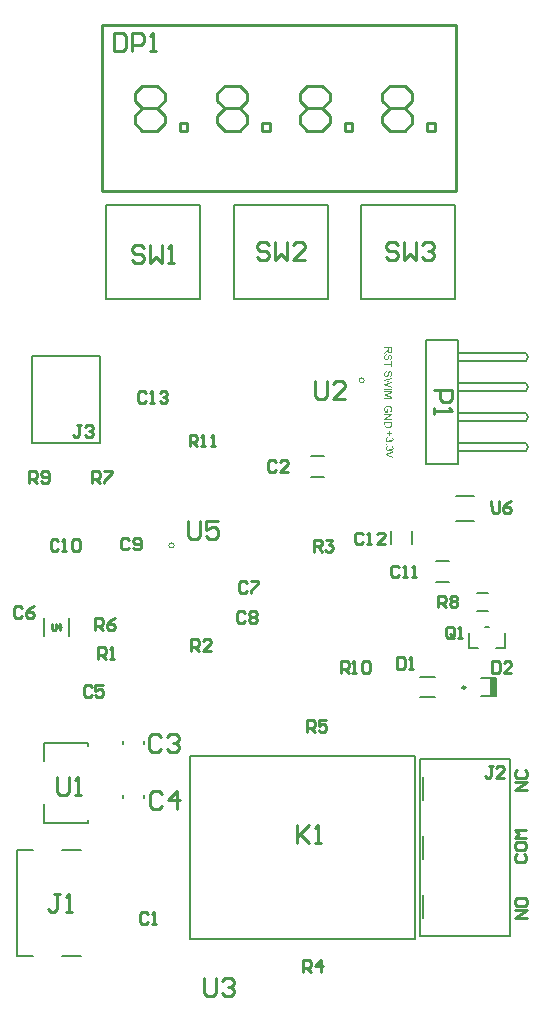
<source format=gto>
G04*
G04 #@! TF.GenerationSoftware,Altium Limited,Altium Designer,25.8.1 (18)*
G04*
G04 Layer_Color=65535*
%FSLAX44Y44*%
%MOMM*%
G71*
G04*
G04 #@! TF.SameCoordinates,D5034472-531D-44ED-AF62-EB3B9E0E118A*
G04*
G04*
G04 #@! TF.FilePolarity,Positive*
G04*
G01*
G75*
%ADD10C,0.0500*%
%ADD11C,0.2500*%
%ADD12C,0.2000*%
%ADD13C,0.2540*%
%ADD14C,0.1270*%
%ADD15R,0.5080X1.5870*%
G36*
X324518Y584649D02*
X324509Y584575D01*
Y584491D01*
X324500Y584297D01*
X324472Y584094D01*
X324444Y583872D01*
X324398Y583669D01*
X324370Y583567D01*
X324342Y583484D01*
Y583474D01*
X324333Y583465D01*
X324305Y583410D01*
X324269Y583326D01*
X324204Y583225D01*
X324121Y583114D01*
X324010Y582994D01*
X323880Y582883D01*
X323732Y582772D01*
X323723D01*
X323714Y582762D01*
X323658Y582725D01*
X323566Y582688D01*
X323446Y582633D01*
X323307Y582587D01*
X323141Y582541D01*
X322965Y582513D01*
X322771Y582504D01*
X322761D01*
X322743D01*
X322706D01*
X322660Y582513D01*
X322595D01*
X322530Y582522D01*
X322373Y582559D01*
X322188Y582615D01*
X321994Y582688D01*
X321800Y582799D01*
X321707Y582873D01*
X321615Y582947D01*
X321606Y582957D01*
X321597Y582966D01*
X321569Y582994D01*
X321541Y583031D01*
X321504Y583077D01*
X321467Y583132D01*
X321421Y583206D01*
X321365Y583280D01*
X321319Y583373D01*
X321273Y583474D01*
X321217Y583585D01*
X321171Y583705D01*
X321134Y583844D01*
X321088Y583983D01*
X321060Y584140D01*
X321033Y584306D01*
X321023Y584288D01*
X321005Y584251D01*
X320968Y584196D01*
X320931Y584122D01*
X320829Y583955D01*
X320765Y583872D01*
X320709Y583798D01*
X320690Y583779D01*
X320644Y583733D01*
X320570Y583659D01*
X320478Y583567D01*
X320348Y583465D01*
X320210Y583345D01*
X320043Y583225D01*
X319858Y583095D01*
X318120Y581995D01*
Y583049D01*
X319452Y583890D01*
X319461D01*
X319479Y583909D01*
X319507Y583927D01*
X319544Y583955D01*
X319646Y584020D01*
X319775Y584103D01*
X319914Y584205D01*
X320062Y584306D01*
X320201Y584408D01*
X320330Y584501D01*
X320339Y584510D01*
X320376Y584538D01*
X320432Y584584D01*
X320496Y584649D01*
X320635Y584787D01*
X320700Y584861D01*
X320755Y584935D01*
X320765Y584944D01*
X320774Y584963D01*
X320792Y585000D01*
X320820Y585055D01*
X320848Y585111D01*
X320875Y585176D01*
X320922Y585323D01*
Y585333D01*
X320931Y585351D01*
Y585388D01*
X320940Y585434D01*
X320949Y585499D01*
Y585573D01*
X320959Y585675D01*
Y586766D01*
X318120D01*
Y587616D01*
X324518D01*
Y584649D01*
D02*
G37*
G36*
X320247Y580664D02*
X320238D01*
X320228D01*
X320201Y580654D01*
X320163D01*
X320080Y580636D01*
X319960Y580608D01*
X319840Y580571D01*
X319701Y580534D01*
X319572Y580470D01*
X319452Y580405D01*
X319442Y580396D01*
X319405Y580368D01*
X319341Y580322D01*
X319276Y580248D01*
X319193Y580155D01*
X319109Y580053D01*
X319026Y579915D01*
X318952Y579767D01*
Y579758D01*
X318943Y579748D01*
X318934Y579721D01*
X318925Y579693D01*
X318897Y579600D01*
X318860Y579480D01*
X318823Y579332D01*
X318795Y579166D01*
X318777Y578981D01*
X318767Y578778D01*
Y578694D01*
X318777Y578602D01*
X318786Y578491D01*
X318804Y578362D01*
X318823Y578214D01*
X318860Y578066D01*
X318906Y577927D01*
X318915Y577909D01*
X318934Y577862D01*
X318971Y577798D01*
X319008Y577714D01*
X319072Y577631D01*
X319137Y577539D01*
X319211Y577446D01*
X319304Y577372D01*
X319313Y577363D01*
X319350Y577345D01*
X319396Y577317D01*
X319470Y577280D01*
X319544Y577243D01*
X319636Y577215D01*
X319738Y577197D01*
X319849Y577187D01*
X319858D01*
X319905D01*
X319960Y577197D01*
X320034Y577206D01*
X320108Y577234D01*
X320201Y577261D01*
X320293Y577308D01*
X320376Y577372D01*
X320385Y577382D01*
X320413Y577409D01*
X320450Y577446D01*
X320506Y577511D01*
X320561Y577585D01*
X320626Y577687D01*
X320690Y577807D01*
X320746Y577946D01*
X320755Y577955D01*
X320765Y578001D01*
X320792Y578075D01*
X320802Y578121D01*
X320820Y578186D01*
X320848Y578251D01*
X320866Y578334D01*
X320894Y578426D01*
X320922Y578537D01*
X320949Y578648D01*
X320986Y578778D01*
X321023Y578926D01*
X321060Y579083D01*
Y579092D01*
X321070Y579120D01*
X321079Y579166D01*
X321097Y579221D01*
X321116Y579295D01*
X321134Y579379D01*
X321190Y579563D01*
X321255Y579767D01*
X321319Y579980D01*
X321384Y580164D01*
X321421Y580248D01*
X321458Y580322D01*
Y580331D01*
X321467Y580340D01*
X321504Y580396D01*
X321550Y580479D01*
X321624Y580571D01*
X321707Y580682D01*
X321809Y580793D01*
X321929Y580904D01*
X322059Y580997D01*
X322077Y581006D01*
X322124Y581034D01*
X322198Y581071D01*
X322290Y581107D01*
X322410Y581144D01*
X322549Y581181D01*
X322697Y581209D01*
X322854Y581218D01*
X322863D01*
X322873D01*
X322900D01*
X322937D01*
X323030Y581200D01*
X323150Y581181D01*
X323288Y581154D01*
X323446Y581107D01*
X323603Y581043D01*
X323760Y580950D01*
X323769D01*
X323778Y580941D01*
X323834Y580895D01*
X323908Y580830D01*
X324000Y580747D01*
X324102Y580636D01*
X324213Y580497D01*
X324315Y580331D01*
X324407Y580146D01*
Y580137D01*
X324417Y580118D01*
X324426Y580090D01*
X324444Y580053D01*
X324463Y580007D01*
X324481Y579943D01*
X324518Y579804D01*
X324555Y579628D01*
X324592Y579425D01*
X324620Y579212D01*
X324629Y578972D01*
Y578852D01*
X324620Y578787D01*
Y578722D01*
X324601Y578546D01*
X324574Y578352D01*
X324527Y578149D01*
X324472Y577927D01*
X324398Y577724D01*
Y577714D01*
X324389Y577696D01*
X324370Y577668D01*
X324352Y577631D01*
X324305Y577539D01*
X324222Y577419D01*
X324130Y577280D01*
X324010Y577141D01*
X323871Y577012D01*
X323714Y576892D01*
X323705D01*
X323695Y576882D01*
X323668Y576864D01*
X323640Y576845D01*
X323547Y576799D01*
X323427Y576744D01*
X323279Y576679D01*
X323104Y576633D01*
X322919Y576586D01*
X322715Y576568D01*
X322651Y577382D01*
X322660D01*
X322678D01*
X322706Y577391D01*
X322752Y577400D01*
X322854Y577428D01*
X322993Y577465D01*
X323141Y577520D01*
X323288Y577603D01*
X323427Y577705D01*
X323557Y577835D01*
X323566Y577853D01*
X323603Y577899D01*
X323658Y577992D01*
X323714Y578112D01*
X323769Y578269D01*
X323825Y578454D01*
X323862Y578685D01*
X323871Y578944D01*
Y579073D01*
X323862Y579129D01*
X323853Y579203D01*
X323834Y579369D01*
X323797Y579554D01*
X323751Y579739D01*
X323677Y579915D01*
X323631Y579989D01*
X323584Y580063D01*
X323575Y580081D01*
X323538Y580118D01*
X323473Y580174D01*
X323400Y580229D01*
X323298Y580294D01*
X323187Y580349D01*
X323057Y580386D01*
X322910Y580405D01*
X322891D01*
X322854D01*
X322789Y580396D01*
X322715Y580377D01*
X322623Y580349D01*
X322530Y580303D01*
X322438Y580248D01*
X322346Y580164D01*
X322336Y580155D01*
X322309Y580109D01*
X322281Y580072D01*
X322262Y580035D01*
X322234Y579980D01*
X322198Y579915D01*
X322170Y579832D01*
X322133Y579739D01*
X322096Y579637D01*
X322050Y579517D01*
X322013Y579388D01*
X321966Y579240D01*
X321929Y579073D01*
X321883Y578889D01*
Y578879D01*
X321874Y578842D01*
X321865Y578787D01*
X321846Y578722D01*
X321828Y578639D01*
X321800Y578537D01*
X321772Y578436D01*
X321744Y578325D01*
X321680Y578084D01*
X321615Y577853D01*
X321578Y577742D01*
X321541Y577640D01*
X321513Y577548D01*
X321476Y577474D01*
Y577465D01*
X321467Y577446D01*
X321449Y577419D01*
X321430Y577382D01*
X321375Y577280D01*
X321301Y577160D01*
X321199Y577021D01*
X321088Y576882D01*
X320959Y576753D01*
X320820Y576642D01*
X320802Y576633D01*
X320755Y576596D01*
X320672Y576559D01*
X320561Y576503D01*
X320432Y576457D01*
X320275Y576411D01*
X320099Y576383D01*
X319914Y576374D01*
X319905D01*
X319895D01*
X319868D01*
X319831D01*
X319729Y576392D01*
X319599Y576411D01*
X319452Y576448D01*
X319294Y576494D01*
X319128Y576568D01*
X318952Y576670D01*
X318943D01*
X318934Y576679D01*
X318878Y576725D01*
X318795Y576790D01*
X318703Y576882D01*
X318592Y577002D01*
X318472Y577150D01*
X318361Y577317D01*
X318259Y577511D01*
Y577520D01*
X318250Y577539D01*
X318240Y577566D01*
X318222Y577603D01*
X318204Y577659D01*
X318176Y577724D01*
X318139Y577872D01*
X318092Y578047D01*
X318046Y578260D01*
X318018Y578491D01*
X318009Y578741D01*
Y578889D01*
X318018Y578963D01*
Y579046D01*
X318028Y579138D01*
X318037Y579249D01*
X318074Y579480D01*
X318111Y579721D01*
X318176Y579961D01*
X318259Y580192D01*
Y580201D01*
X318268Y580220D01*
X318287Y580248D01*
X318305Y580285D01*
X318361Y580396D01*
X318444Y580525D01*
X318555Y580673D01*
X318684Y580830D01*
X318841Y580978D01*
X319017Y581117D01*
X319026D01*
X319045Y581135D01*
X319072Y581144D01*
X319109Y581172D01*
X319156Y581191D01*
X319211Y581218D01*
X319350Y581283D01*
X319526Y581348D01*
X319720Y581403D01*
X319942Y581440D01*
X320173Y581459D01*
X320247Y580664D01*
D02*
G37*
G36*
X324518Y570623D02*
X323760D01*
Y572731D01*
X318120D01*
Y573582D01*
X323760D01*
Y575690D01*
X324518D01*
Y570623D01*
D02*
G37*
G36*
X320247Y566501D02*
X320238D01*
X320228D01*
X320201Y566492D01*
X320164D01*
X320080Y566474D01*
X319960Y566446D01*
X319840Y566409D01*
X319701Y566372D01*
X319572Y566307D01*
X319452Y566242D01*
X319442Y566233D01*
X319405Y566205D01*
X319341Y566159D01*
X319276Y566085D01*
X319193Y565993D01*
X319110Y565891D01*
X319026Y565752D01*
X318952Y565604D01*
Y565595D01*
X318943Y565586D01*
X318934Y565558D01*
X318925Y565530D01*
X318897Y565438D01*
X318860Y565318D01*
X318823Y565170D01*
X318795Y565003D01*
X318777Y564818D01*
X318768Y564615D01*
Y564532D01*
X318777Y564440D01*
X318786Y564328D01*
X318804Y564199D01*
X318823Y564051D01*
X318860Y563903D01*
X318906Y563764D01*
X318915Y563746D01*
X318934Y563700D01*
X318971Y563635D01*
X319008Y563552D01*
X319073Y563469D01*
X319137Y563376D01*
X319211Y563284D01*
X319304Y563210D01*
X319313Y563200D01*
X319350Y563182D01*
X319396Y563154D01*
X319470Y563117D01*
X319544Y563080D01*
X319637Y563053D01*
X319738Y563034D01*
X319849Y563025D01*
X319858D01*
X319905D01*
X319960Y563034D01*
X320034Y563043D01*
X320108Y563071D01*
X320201Y563099D01*
X320293Y563145D01*
X320376Y563210D01*
X320386Y563219D01*
X320413Y563247D01*
X320450Y563284D01*
X320506Y563349D01*
X320561Y563422D01*
X320626Y563524D01*
X320691Y563644D01*
X320746Y563783D01*
X320755Y563792D01*
X320765Y563839D01*
X320792Y563913D01*
X320802Y563959D01*
X320820Y564023D01*
X320848Y564088D01*
X320866Y564171D01*
X320894Y564264D01*
X320922Y564375D01*
X320949Y564486D01*
X320986Y564615D01*
X321023Y564763D01*
X321060Y564920D01*
Y564930D01*
X321070Y564957D01*
X321079Y565003D01*
X321097Y565059D01*
X321116Y565133D01*
X321134Y565216D01*
X321190Y565401D01*
X321255Y565604D01*
X321319Y565817D01*
X321384Y566002D01*
X321421Y566085D01*
X321458Y566159D01*
Y566168D01*
X321467Y566178D01*
X321504Y566233D01*
X321550Y566316D01*
X321624Y566409D01*
X321708Y566520D01*
X321809Y566631D01*
X321930Y566742D01*
X322059Y566834D01*
X322077Y566843D01*
X322124Y566871D01*
X322198Y566908D01*
X322290Y566945D01*
X322410Y566982D01*
X322549Y567019D01*
X322697Y567047D01*
X322854Y567056D01*
X322863D01*
X322873D01*
X322900D01*
X322937D01*
X323030Y567038D01*
X323150Y567019D01*
X323289Y566991D01*
X323446Y566945D01*
X323603Y566880D01*
X323760Y566788D01*
X323769D01*
X323779Y566779D01*
X323834Y566732D01*
X323908Y566668D01*
X324001Y566584D01*
X324102Y566474D01*
X324213Y566335D01*
X324315Y566168D01*
X324407Y565984D01*
Y565974D01*
X324417Y565956D01*
X324426Y565928D01*
X324444Y565891D01*
X324463Y565845D01*
X324481Y565780D01*
X324518Y565641D01*
X324555Y565466D01*
X324592Y565262D01*
X324620Y565050D01*
X324629Y564809D01*
Y564689D01*
X324620Y564624D01*
Y564560D01*
X324602Y564384D01*
X324574Y564190D01*
X324528Y563986D01*
X324472Y563764D01*
X324398Y563561D01*
Y563552D01*
X324389Y563533D01*
X324370Y563506D01*
X324352Y563469D01*
X324306Y563376D01*
X324222Y563256D01*
X324130Y563117D01*
X324010Y562979D01*
X323871Y562849D01*
X323714Y562729D01*
X323705D01*
X323695Y562720D01*
X323668Y562701D01*
X323640Y562683D01*
X323548Y562637D01*
X323427Y562581D01*
X323279Y562516D01*
X323104Y562470D01*
X322919Y562424D01*
X322715Y562405D01*
X322651Y563219D01*
X322660D01*
X322678D01*
X322706Y563228D01*
X322752Y563237D01*
X322854Y563265D01*
X322993Y563302D01*
X323141Y563358D01*
X323289Y563441D01*
X323427Y563543D01*
X323557Y563672D01*
X323566Y563691D01*
X323603Y563737D01*
X323658Y563829D01*
X323714Y563949D01*
X323769Y564107D01*
X323825Y564291D01*
X323862Y564523D01*
X323871Y564781D01*
Y564911D01*
X323862Y564967D01*
X323853Y565040D01*
X323834Y565207D01*
X323797Y565392D01*
X323751Y565577D01*
X323677Y565752D01*
X323631Y565826D01*
X323584Y565900D01*
X323575Y565919D01*
X323538Y565956D01*
X323474Y566011D01*
X323400Y566067D01*
X323298Y566131D01*
X323187Y566187D01*
X323057Y566224D01*
X322910Y566242D01*
X322891D01*
X322854D01*
X322789Y566233D01*
X322715Y566215D01*
X322623Y566187D01*
X322530Y566141D01*
X322438Y566085D01*
X322346Y566002D01*
X322336Y565993D01*
X322309Y565947D01*
X322281Y565910D01*
X322262Y565872D01*
X322235Y565817D01*
X322198Y565752D01*
X322170Y565669D01*
X322133Y565577D01*
X322096Y565475D01*
X322050Y565355D01*
X322013Y565225D01*
X321967Y565077D01*
X321930Y564911D01*
X321883Y564726D01*
Y564717D01*
X321874Y564680D01*
X321865Y564624D01*
X321846Y564560D01*
X321828Y564476D01*
X321800Y564375D01*
X321772Y564273D01*
X321745Y564162D01*
X321680Y563922D01*
X321615Y563691D01*
X321578Y563580D01*
X321541Y563478D01*
X321513Y563386D01*
X321476Y563312D01*
Y563302D01*
X321467Y563284D01*
X321449Y563256D01*
X321430Y563219D01*
X321375Y563117D01*
X321301Y562997D01*
X321199Y562859D01*
X321088Y562720D01*
X320959Y562590D01*
X320820Y562479D01*
X320802Y562470D01*
X320755Y562433D01*
X320672Y562396D01*
X320561Y562341D01*
X320432Y562295D01*
X320275Y562248D01*
X320099Y562220D01*
X319914Y562211D01*
X319905D01*
X319895D01*
X319868D01*
X319831D01*
X319729Y562230D01*
X319600Y562248D01*
X319452Y562285D01*
X319294Y562332D01*
X319128Y562405D01*
X318952Y562507D01*
X318943D01*
X318934Y562516D01*
X318878Y562563D01*
X318795Y562627D01*
X318703Y562720D01*
X318592Y562840D01*
X318472Y562988D01*
X318361Y563154D01*
X318259Y563349D01*
Y563358D01*
X318250Y563376D01*
X318241Y563404D01*
X318222Y563441D01*
X318204Y563496D01*
X318176Y563561D01*
X318139Y563709D01*
X318093Y563885D01*
X318046Y564097D01*
X318019Y564328D01*
X318009Y564578D01*
Y564726D01*
X318019Y564800D01*
Y564883D01*
X318028Y564976D01*
X318037Y565087D01*
X318074Y565318D01*
X318111Y565558D01*
X318176Y565799D01*
X318259Y566030D01*
Y566039D01*
X318268Y566057D01*
X318287Y566085D01*
X318305Y566122D01*
X318361Y566233D01*
X318444Y566362D01*
X318555Y566511D01*
X318684Y566668D01*
X318841Y566816D01*
X319017Y566954D01*
X319026D01*
X319045Y566973D01*
X319073Y566982D01*
X319110Y567010D01*
X319156Y567028D01*
X319211Y567056D01*
X319350Y567121D01*
X319526Y567185D01*
X319720Y567241D01*
X319942Y567278D01*
X320173Y567296D01*
X320247Y566501D01*
D02*
G37*
G36*
X324518Y560760D02*
X320321Y559807D01*
X320312D01*
X320293Y559798D01*
X320256Y559789D01*
X320210Y559780D01*
X320145Y559770D01*
X320080Y559752D01*
X319997Y559733D01*
X319905Y559715D01*
X319711Y559669D01*
X319489Y559622D01*
X319248Y559576D01*
X319008Y559530D01*
X319017D01*
X319054Y559521D01*
X319100Y559502D01*
X319174Y559493D01*
X319248Y559475D01*
X319341Y559447D01*
X319544Y559401D01*
X319748Y559345D01*
X319849Y559327D01*
X319942Y559299D01*
X320025Y559280D01*
X320099Y559262D01*
X320154Y559243D01*
X320191Y559234D01*
X324518Y558023D01*
Y556997D01*
X321273Y556091D01*
X321264D01*
X321218Y556072D01*
X321153Y556054D01*
X321070Y556035D01*
X320959Y556007D01*
X320839Y555970D01*
X320700Y555933D01*
X320543Y555896D01*
X320367Y555850D01*
X320191Y555813D01*
X319812Y555730D01*
X319415Y555647D01*
X319008Y555582D01*
X319017D01*
X319036Y555573D01*
X319073D01*
X319119Y555554D01*
X319174Y555545D01*
X319239Y555527D01*
X319322Y555518D01*
X319415Y555490D01*
X319618Y555443D01*
X319858Y555388D01*
X320117Y555332D01*
X320404Y555259D01*
X324518Y554260D01*
Y553400D01*
X318120Y555157D01*
Y555989D01*
X322993Y557330D01*
X323002D01*
X323021Y557339D01*
X323048Y557348D01*
X323094Y557357D01*
X323196Y557385D01*
X323316Y557413D01*
X323446Y557450D01*
X323566Y557487D01*
X323668Y557514D01*
X323714Y557524D01*
X323742Y557533D01*
X323732D01*
X323723Y557542D01*
X323668Y557551D01*
X323584Y557570D01*
X323483Y557598D01*
X323372Y557626D01*
X323242Y557662D01*
X323113Y557690D01*
X322993Y557727D01*
X318120Y559077D01*
Y559965D01*
X324518Y561638D01*
Y560760D01*
D02*
G37*
G36*
Y551616D02*
X318120D01*
Y552466D01*
X324518D01*
Y551616D01*
D02*
G37*
G36*
Y548879D02*
X319979Y547363D01*
X319969D01*
X319951Y547354D01*
X319923Y547344D01*
X319877Y547326D01*
X319766Y547289D01*
X319627Y547243D01*
X319470Y547196D01*
X319313Y547141D01*
X319165Y547095D01*
X319036Y547058D01*
X319054Y547048D01*
X319100Y547039D01*
X319184Y547011D01*
X319294Y546974D01*
X319442Y546928D01*
X319618Y546864D01*
X319821Y546799D01*
X320062Y546716D01*
X324518Y545181D01*
Y544044D01*
X318120D01*
Y544857D01*
X323474D01*
X318120Y546725D01*
Y547483D01*
X323566Y549332D01*
X318120D01*
Y550146D01*
X324518D01*
Y548879D01*
D02*
G37*
G36*
X322913Y514758D02*
X324651D01*
Y514019D01*
X322913D01*
Y512280D01*
X322183D01*
Y514019D01*
X320426D01*
Y514758D01*
X322183D01*
Y516496D01*
X322913D01*
Y514758D01*
D02*
G37*
G36*
X321184Y510598D02*
X321175D01*
X321156Y510588D01*
X321119Y510579D01*
X321073Y510570D01*
X321017Y510561D01*
X320953Y510542D01*
X320814Y510496D01*
X320648Y510431D01*
X320490Y510348D01*
X320343Y510256D01*
X320213Y510145D01*
X320204Y510126D01*
X320167Y510089D01*
X320121Y510015D01*
X320075Y509923D01*
X320019Y509812D01*
X319973Y509673D01*
X319936Y509516D01*
X319926Y509350D01*
Y509294D01*
X319936Y509257D01*
X319945Y509155D01*
X319973Y509026D01*
X320019Y508878D01*
X320084Y508721D01*
X320176Y508564D01*
X320306Y508416D01*
X320324Y508397D01*
X320380Y508351D01*
X320463Y508296D01*
X320574Y508222D01*
X320712Y508148D01*
X320870Y508092D01*
X321054Y508046D01*
X321258Y508027D01*
X321267D01*
X321286D01*
X321313D01*
X321350Y508037D01*
X321452Y508046D01*
X321572Y508074D01*
X321720Y508111D01*
X321868Y508175D01*
X322016Y508268D01*
X322155Y508388D01*
X322173Y508406D01*
X322210Y508453D01*
X322266Y508527D01*
X322330Y508628D01*
X322395Y508758D01*
X322451Y508915D01*
X322488Y509091D01*
X322506Y509285D01*
Y509368D01*
X322497Y509433D01*
X322488Y509516D01*
X322469Y509608D01*
X322451Y509719D01*
X322423Y509840D01*
X323116Y509747D01*
Y509701D01*
X323107Y509664D01*
Y509544D01*
X323125Y509442D01*
X323144Y509322D01*
X323172Y509183D01*
X323218Y509026D01*
X323283Y508878D01*
X323366Y508721D01*
Y508712D01*
X323375Y508702D01*
X323412Y508656D01*
X323477Y508591D01*
X323560Y508517D01*
X323680Y508443D01*
X323819Y508379D01*
X323976Y508332D01*
X324069Y508314D01*
X324170D01*
X324179D01*
X324189D01*
X324244D01*
X324318Y508332D01*
X324420Y508351D01*
X324531Y508388D01*
X324651Y508434D01*
X324771Y508508D01*
X324882Y508610D01*
X324891Y508619D01*
X324928Y508665D01*
X324975Y508730D01*
X325030Y508813D01*
X325076Y508924D01*
X325123Y509054D01*
X325159Y509202D01*
X325169Y509368D01*
Y509442D01*
X325150Y509525D01*
X325132Y509636D01*
X325095Y509756D01*
X325049Y509877D01*
X324975Y510006D01*
X324882Y510126D01*
X324873Y510135D01*
X324827Y510172D01*
X324762Y510228D01*
X324669Y510293D01*
X324549Y510357D01*
X324401Y510422D01*
X324226Y510477D01*
X324022Y510514D01*
X324161Y511300D01*
X324170D01*
X324198Y511291D01*
X324235Y511282D01*
X324291Y511273D01*
X324355Y511254D01*
X324429Y511226D01*
X324605Y511171D01*
X324808Y511078D01*
X325012Y510967D01*
X325206Y510829D01*
X325381Y510653D01*
X325391Y510644D01*
X325400Y510625D01*
X325418Y510598D01*
X325446Y510561D01*
X325483Y510514D01*
X325520Y510450D01*
X325557Y510385D01*
X325603Y510302D01*
X325677Y510117D01*
X325751Y509904D01*
X325798Y509655D01*
X325816Y509525D01*
Y509294D01*
X325807Y509192D01*
X325788Y509072D01*
X325760Y508924D01*
X325714Y508758D01*
X325659Y508591D01*
X325585Y508425D01*
Y508416D01*
X325576Y508406D01*
X325548Y508351D01*
X325492Y508268D01*
X325428Y508175D01*
X325335Y508064D01*
X325233Y507953D01*
X325113Y507842D01*
X324975Y507750D01*
X324956Y507741D01*
X324910Y507713D01*
X324827Y507676D01*
X324725Y507630D01*
X324605Y507584D01*
X324466Y507547D01*
X324309Y507519D01*
X324152Y507510D01*
X324133D01*
X324078D01*
X324004Y507519D01*
X323902Y507537D01*
X323782Y507565D01*
X323652Y507611D01*
X323523Y507667D01*
X323394Y507741D01*
X323375Y507750D01*
X323338Y507778D01*
X323273Y507833D01*
X323200Y507907D01*
X323116Y508000D01*
X323024Y508111D01*
X322941Y508240D01*
X322857Y508397D01*
Y508388D01*
X322848Y508369D01*
X322839Y508342D01*
X322830Y508305D01*
X322793Y508203D01*
X322737Y508074D01*
X322663Y507926D01*
X322571Y507778D01*
X322451Y507639D01*
X322312Y507510D01*
X322293Y507500D01*
X322238Y507463D01*
X322146Y507408D01*
X322025Y507352D01*
X321877Y507297D01*
X321702Y507242D01*
X321498Y507205D01*
X321276Y507195D01*
X321267D01*
X321239D01*
X321193D01*
X321138Y507205D01*
X321064Y507214D01*
X320980Y507232D01*
X320888Y507251D01*
X320786Y507269D01*
X320564Y507343D01*
X320444Y507399D01*
X320333Y507454D01*
X320213Y507528D01*
X320093Y507611D01*
X319973Y507704D01*
X319862Y507815D01*
X319853Y507824D01*
X319834Y507842D01*
X319806Y507879D01*
X319769Y507926D01*
X319723Y507981D01*
X319677Y508055D01*
X319621Y508138D01*
X319575Y508240D01*
X319520Y508342D01*
X319464Y508462D01*
X319418Y508582D01*
X319372Y508721D01*
X319335Y508869D01*
X319307Y509026D01*
X319289Y509183D01*
X319279Y509359D01*
Y509442D01*
X319289Y509497D01*
X319298Y509571D01*
X319307Y509655D01*
X319326Y509747D01*
X319344Y509849D01*
X319400Y510071D01*
X319492Y510302D01*
X319548Y510422D01*
X319612Y510533D01*
X319695Y510644D01*
X319779Y510755D01*
X319788Y510764D01*
X319806Y510783D01*
X319834Y510810D01*
X319871Y510838D01*
X319917Y510884D01*
X319982Y510930D01*
X320047Y510986D01*
X320130Y511041D01*
X320222Y511097D01*
X320315Y511152D01*
X320537Y511254D01*
X320796Y511337D01*
X320934Y511365D01*
X321082Y511384D01*
X321184Y510598D01*
D02*
G37*
G36*
X320287Y505078D02*
X319390D01*
Y505975D01*
X320287D01*
Y505078D01*
D02*
G37*
G36*
X321184Y503136D02*
X321175D01*
X321156Y503127D01*
X321119Y503118D01*
X321073Y503109D01*
X321017Y503100D01*
X320953Y503081D01*
X320814Y503035D01*
X320648Y502970D01*
X320490Y502887D01*
X320343Y502794D01*
X320213Y502683D01*
X320204Y502665D01*
X320167Y502628D01*
X320121Y502554D01*
X320075Y502462D01*
X320019Y502351D01*
X319973Y502212D01*
X319936Y502055D01*
X319926Y501888D01*
Y501833D01*
X319936Y501796D01*
X319945Y501694D01*
X319973Y501565D01*
X320019Y501417D01*
X320084Y501260D01*
X320176Y501102D01*
X320306Y500955D01*
X320324Y500936D01*
X320380Y500890D01*
X320463Y500834D01*
X320574Y500760D01*
X320712Y500686D01*
X320870Y500631D01*
X321054Y500585D01*
X321258Y500566D01*
X321267D01*
X321286D01*
X321313D01*
X321350Y500575D01*
X321452Y500585D01*
X321572Y500612D01*
X321720Y500649D01*
X321868Y500714D01*
X322016Y500807D01*
X322155Y500927D01*
X322173Y500945D01*
X322210Y500992D01*
X322266Y501065D01*
X322330Y501167D01*
X322395Y501297D01*
X322451Y501454D01*
X322488Y501629D01*
X322506Y501824D01*
Y501907D01*
X322497Y501972D01*
X322488Y502055D01*
X322469Y502147D01*
X322451Y502258D01*
X322423Y502378D01*
X323116Y502286D01*
Y502240D01*
X323107Y502203D01*
Y502082D01*
X323125Y501981D01*
X323144Y501861D01*
X323172Y501722D01*
X323218Y501565D01*
X323283Y501417D01*
X323366Y501260D01*
Y501250D01*
X323375Y501241D01*
X323412Y501195D01*
X323477Y501130D01*
X323560Y501056D01*
X323680Y500982D01*
X323819Y500918D01*
X323976Y500871D01*
X324069Y500853D01*
X324170D01*
X324179D01*
X324189D01*
X324244D01*
X324318Y500871D01*
X324420Y500890D01*
X324531Y500927D01*
X324651Y500973D01*
X324771Y501047D01*
X324882Y501149D01*
X324891Y501158D01*
X324928Y501204D01*
X324975Y501269D01*
X325030Y501352D01*
X325076Y501463D01*
X325123Y501592D01*
X325159Y501740D01*
X325169Y501907D01*
Y501981D01*
X325150Y502064D01*
X325132Y502175D01*
X325095Y502295D01*
X325049Y502415D01*
X324975Y502545D01*
X324882Y502665D01*
X324873Y502674D01*
X324827Y502711D01*
X324762Y502767D01*
X324669Y502831D01*
X324549Y502896D01*
X324401Y502961D01*
X324226Y503016D01*
X324022Y503053D01*
X324161Y503839D01*
X324170D01*
X324198Y503830D01*
X324235Y503821D01*
X324291Y503811D01*
X324355Y503793D01*
X324429Y503765D01*
X324605Y503710D01*
X324808Y503617D01*
X325012Y503506D01*
X325206Y503368D01*
X325381Y503192D01*
X325391Y503183D01*
X325400Y503164D01*
X325418Y503136D01*
X325446Y503100D01*
X325483Y503053D01*
X325520Y502989D01*
X325557Y502924D01*
X325603Y502841D01*
X325677Y502656D01*
X325751Y502443D01*
X325798Y502193D01*
X325816Y502064D01*
Y501833D01*
X325807Y501731D01*
X325788Y501611D01*
X325760Y501463D01*
X325714Y501297D01*
X325659Y501130D01*
X325585Y500964D01*
Y500955D01*
X325576Y500945D01*
X325548Y500890D01*
X325492Y500807D01*
X325428Y500714D01*
X325335Y500603D01*
X325233Y500492D01*
X325113Y500381D01*
X324975Y500289D01*
X324956Y500280D01*
X324910Y500252D01*
X324827Y500215D01*
X324725Y500169D01*
X324605Y500122D01*
X324466Y500085D01*
X324309Y500058D01*
X324152Y500048D01*
X324133D01*
X324078D01*
X324004Y500058D01*
X323902Y500076D01*
X323782Y500104D01*
X323652Y500150D01*
X323523Y500206D01*
X323394Y500280D01*
X323375Y500289D01*
X323338Y500317D01*
X323273Y500372D01*
X323200Y500446D01*
X323116Y500538D01*
X323024Y500649D01*
X322941Y500779D01*
X322857Y500936D01*
Y500927D01*
X322848Y500908D01*
X322839Y500881D01*
X322830Y500844D01*
X322793Y500742D01*
X322737Y500612D01*
X322663Y500465D01*
X322571Y500317D01*
X322451Y500178D01*
X322312Y500048D01*
X322293Y500039D01*
X322238Y500002D01*
X322146Y499947D01*
X322025Y499891D01*
X321877Y499836D01*
X321702Y499780D01*
X321498Y499743D01*
X321276Y499734D01*
X321267D01*
X321239D01*
X321193D01*
X321138Y499743D01*
X321064Y499753D01*
X320980Y499771D01*
X320888Y499790D01*
X320786Y499808D01*
X320564Y499882D01*
X320444Y499938D01*
X320333Y499993D01*
X320213Y500067D01*
X320093Y500150D01*
X319973Y500243D01*
X319862Y500354D01*
X319853Y500363D01*
X319834Y500381D01*
X319806Y500418D01*
X319769Y500465D01*
X319723Y500520D01*
X319677Y500594D01*
X319621Y500677D01*
X319575Y500779D01*
X319520Y500881D01*
X319464Y501001D01*
X319418Y501121D01*
X319372Y501260D01*
X319335Y501408D01*
X319307Y501565D01*
X319289Y501722D01*
X319279Y501898D01*
Y501981D01*
X319289Y502036D01*
X319298Y502110D01*
X319307Y502193D01*
X319326Y502286D01*
X319344Y502388D01*
X319400Y502609D01*
X319492Y502841D01*
X319548Y502961D01*
X319612Y503072D01*
X319695Y503183D01*
X319779Y503294D01*
X319788Y503303D01*
X319806Y503321D01*
X319834Y503349D01*
X319871Y503377D01*
X319917Y503423D01*
X319982Y503469D01*
X320047Y503525D01*
X320130Y503580D01*
X320222Y503636D01*
X320315Y503691D01*
X320537Y503793D01*
X320796Y503876D01*
X320934Y503904D01*
X321082Y503922D01*
X321184Y503136D01*
D02*
G37*
G36*
X325788Y498375D02*
X321138Y496711D01*
X321129D01*
X321110Y496702D01*
X321082Y496692D01*
X321045Y496674D01*
X320990Y496665D01*
X320934Y496646D01*
X320796Y496600D01*
X320638Y496544D01*
X320463Y496489D01*
X320093Y496378D01*
X320102D01*
X320121Y496369D01*
X320148Y496359D01*
X320185Y496350D01*
X320287Y496323D01*
X320426Y496276D01*
X320583Y496230D01*
X320759Y496175D01*
X320944Y496110D01*
X321138Y496036D01*
X325788Y494298D01*
Y493438D01*
X319390Y495943D01*
Y496822D01*
X325788Y499300D01*
Y498375D01*
D02*
G37*
G36*
X321440Y538077D02*
X321523D01*
X321624Y538068D01*
X321726Y538049D01*
X321846Y538040D01*
X321976Y538012D01*
X322114Y537994D01*
X322410Y537920D01*
X322715Y537827D01*
X323021Y537698D01*
X323030Y537689D01*
X323057Y537679D01*
X323094Y537661D01*
X323150Y537624D01*
X323224Y537587D01*
X323298Y537541D01*
X323474Y537411D01*
X323677Y537254D01*
X323871Y537060D01*
X324065Y536838D01*
X324148Y536709D01*
X324232Y536579D01*
X324241Y536570D01*
X324250Y536542D01*
X324269Y536505D01*
X324296Y536450D01*
X324324Y536376D01*
X324361Y536293D01*
X324398Y536200D01*
X324435Y536089D01*
X324472Y535969D01*
X324500Y535840D01*
X324537Y535701D01*
X324565Y535553D01*
X324611Y535229D01*
X324629Y535063D01*
Y534767D01*
X324620Y534712D01*
Y534638D01*
X324602Y534462D01*
X324574Y534268D01*
X324528Y534064D01*
X324472Y533843D01*
X324398Y533630D01*
Y533621D01*
X324389Y533602D01*
X324380Y533574D01*
X324361Y533537D01*
X324306Y533436D01*
X324241Y533306D01*
X324148Y533168D01*
X324038Y533020D01*
X323917Y532881D01*
X323769Y532752D01*
X323751Y532733D01*
X323695Y532696D01*
X323612Y532641D01*
X323492Y532567D01*
X323344Y532493D01*
X323159Y532410D01*
X322956Y532326D01*
X322725Y532262D01*
X322521Y533029D01*
X322530D01*
X322540Y533038D01*
X322567Y533047D01*
X322604Y533057D01*
X322688Y533084D01*
X322799Y533121D01*
X322928Y533177D01*
X323048Y533242D01*
X323178Y533306D01*
X323289Y533390D01*
X323298Y533399D01*
X323335Y533427D01*
X323381Y533482D01*
X323446Y533547D01*
X323520Y533630D01*
X323594Y533741D01*
X323668Y533861D01*
X323732Y534000D01*
X323742Y534018D01*
X323760Y534064D01*
X323788Y534148D01*
X323825Y534259D01*
X323853Y534388D01*
X323880Y534536D01*
X323899Y534702D01*
X323908Y534878D01*
Y534980D01*
X323899Y535026D01*
Y535081D01*
X323890Y535220D01*
X323862Y535377D01*
X323834Y535553D01*
X323788Y535719D01*
X323723Y535886D01*
X323714Y535904D01*
X323695Y535960D01*
X323649Y536034D01*
X323603Y536126D01*
X323529Y536237D01*
X323455Y536357D01*
X323363Y536468D01*
X323261Y536570D01*
X323252Y536579D01*
X323215Y536616D01*
X323150Y536662D01*
X323076Y536718D01*
X322984Y536783D01*
X322873Y536847D01*
X322752Y536912D01*
X322623Y536977D01*
X322614D01*
X322595Y536986D01*
X322567Y536995D01*
X322521Y537014D01*
X322466Y537032D01*
X322401Y537051D01*
X322327Y537079D01*
X322244Y537097D01*
X322050Y537143D01*
X321828Y537180D01*
X321597Y537208D01*
X321338Y537217D01*
X321329D01*
X321301D01*
X321255D01*
X321199Y537208D01*
X321125D01*
X321033Y537199D01*
X320940Y537189D01*
X320839Y537180D01*
X320607Y537143D01*
X320367Y537097D01*
X320127Y537023D01*
X319895Y536931D01*
X319886D01*
X319868Y536912D01*
X319840Y536903D01*
X319803Y536875D01*
X319701Y536810D01*
X319572Y536709D01*
X319433Y536589D01*
X319294Y536441D01*
X319165Y536265D01*
X319045Y536071D01*
Y536062D01*
X319036Y536043D01*
X319017Y536015D01*
X318999Y535969D01*
X318980Y535923D01*
X318962Y535858D01*
X318906Y535710D01*
X318860Y535525D01*
X318814Y535322D01*
X318777Y535100D01*
X318768Y534869D01*
Y534776D01*
X318777Y534721D01*
Y534665D01*
X318795Y534527D01*
X318814Y534360D01*
X318851Y534185D01*
X318906Y533991D01*
X318971Y533796D01*
Y533787D01*
X318980Y533769D01*
X318989Y533750D01*
X319008Y533713D01*
X319054Y533611D01*
X319110Y533501D01*
X319174Y533371D01*
X319248Y533232D01*
X319331Y533103D01*
X319424Y532992D01*
X320626D01*
Y534878D01*
X321384D01*
Y532160D01*
X319008D01*
X318999Y532169D01*
X318989Y532188D01*
X318962Y532225D01*
X318925Y532271D01*
X318888Y532326D01*
X318841Y532391D01*
X318786Y532474D01*
X318731Y532557D01*
X318610Y532752D01*
X318481Y532974D01*
X318361Y533205D01*
X318259Y533454D01*
Y533464D01*
X318250Y533482D01*
X318241Y533519D01*
X318222Y533565D01*
X318204Y533630D01*
X318176Y533704D01*
X318157Y533787D01*
X318139Y533870D01*
X318093Y534074D01*
X318046Y534305D01*
X318019Y534554D01*
X318009Y534813D01*
Y534906D01*
X318019Y534971D01*
Y535054D01*
X318028Y535155D01*
X318046Y535266D01*
X318056Y535387D01*
X318111Y535655D01*
X318176Y535941D01*
X318277Y536237D01*
X318333Y536385D01*
X318407Y536533D01*
X318416Y536542D01*
X318425Y536570D01*
X318453Y536607D01*
X318481Y536662D01*
X318527Y536727D01*
X318573Y536792D01*
X318703Y536968D01*
X318869Y537152D01*
X319073Y537347D01*
X319304Y537532D01*
X319572Y537698D01*
X319581D01*
X319609Y537716D01*
X319646Y537735D01*
X319711Y537763D01*
X319775Y537790D01*
X319868Y537818D01*
X319960Y537855D01*
X320071Y537892D01*
X320191Y537929D01*
X320330Y537966D01*
X320469Y537994D01*
X320617Y538022D01*
X320940Y538068D01*
X321282Y538086D01*
X321292D01*
X321329D01*
X321375D01*
X321440Y538077D01*
D02*
G37*
G36*
X324518Y530052D02*
X319489Y526696D01*
X324518D01*
Y525882D01*
X318120D01*
Y526760D01*
X323141Y530107D01*
X318120D01*
Y530921D01*
X324518D01*
Y530052D01*
D02*
G37*
G36*
Y521999D02*
X324509Y521833D01*
X324500Y521648D01*
X324481Y521463D01*
X324454Y521278D01*
X324426Y521121D01*
Y521111D01*
X324417Y521093D01*
Y521065D01*
X324398Y521028D01*
X324370Y520927D01*
X324324Y520797D01*
X324259Y520649D01*
X324176Y520492D01*
X324084Y520335D01*
X323964Y520187D01*
X323954Y520178D01*
X323945Y520168D01*
X323917Y520141D01*
X323890Y520104D01*
X323797Y520011D01*
X323668Y519900D01*
X323511Y519780D01*
X323326Y519651D01*
X323113Y519530D01*
X322873Y519429D01*
X322863D01*
X322845Y519420D01*
X322808Y519401D01*
X322752Y519392D01*
X322688Y519364D01*
X322614Y519346D01*
X322530Y519327D01*
X322429Y519299D01*
X322327Y519272D01*
X322207Y519253D01*
X321948Y519207D01*
X321661Y519179D01*
X321347Y519170D01*
X321338D01*
X321319D01*
X321273D01*
X321227D01*
X321162Y519179D01*
X321088D01*
X320913Y519188D01*
X320709Y519216D01*
X320496Y519244D01*
X320275Y519290D01*
X320053Y519346D01*
X320043D01*
X320025Y519355D01*
X319997Y519364D01*
X319960Y519373D01*
X319858Y519410D01*
X319729Y519466D01*
X319581Y519521D01*
X319433Y519595D01*
X319276Y519688D01*
X319128Y519780D01*
X319110Y519789D01*
X319063Y519826D01*
X318999Y519882D01*
X318915Y519956D01*
X318823Y520039D01*
X318731Y520141D01*
X318629Y520242D01*
X318546Y520363D01*
X318536Y520381D01*
X318509Y520418D01*
X318472Y520483D01*
X318425Y520575D01*
X318370Y520686D01*
X318324Y520816D01*
X318268Y520964D01*
X318222Y521130D01*
Y521148D01*
X318213Y521176D01*
X318204Y521204D01*
X318194Y521296D01*
X318176Y521426D01*
X318157Y521574D01*
X318139Y521749D01*
X318130Y521944D01*
X318120Y522156D01*
Y524458D01*
X324518D01*
Y521999D01*
D02*
G37*
%LPC*%
G36*
X323806Y586766D02*
X321689D01*
Y584861D01*
X321698Y584750D01*
X321707Y584621D01*
X321717Y584473D01*
X321735Y584325D01*
X321763Y584177D01*
X321800Y584048D01*
X321809Y584029D01*
X321828Y583992D01*
X321856Y583937D01*
X321892Y583863D01*
X321948Y583779D01*
X322013Y583696D01*
X322096Y583613D01*
X322188Y583548D01*
X322198Y583539D01*
X322234Y583521D01*
X322290Y583493D01*
X322364Y583456D01*
X322447Y583428D01*
X322540Y583400D01*
X322651Y583382D01*
X322761Y583373D01*
X322771D01*
X322780D01*
X322836Y583382D01*
X322919Y583391D01*
X323030Y583410D01*
X323141Y583456D01*
X323270Y583511D01*
X323390Y583595D01*
X323510Y583705D01*
X323520Y583724D01*
X323557Y583770D01*
X323603Y583844D01*
X323658Y583964D01*
X323714Y584103D01*
X323760Y584288D01*
X323797Y584501D01*
X323806Y584750D01*
Y586766D01*
D02*
G37*
G36*
X323760Y523608D02*
X318878D01*
Y522091D01*
X318888Y522027D01*
X318897Y521888D01*
X318906Y521731D01*
X318925Y521564D01*
X318952Y521398D01*
X318989Y521259D01*
X318999Y521241D01*
X319008Y521195D01*
X319036Y521130D01*
X319073Y521047D01*
X319128Y520954D01*
X319184Y520862D01*
X319248Y520769D01*
X319322Y520677D01*
X319341Y520668D01*
X319378Y520631D01*
X319442Y520575D01*
X319535Y520510D01*
X319655Y520437D01*
X319794Y520353D01*
X319951Y520279D01*
X320127Y520215D01*
X320136D01*
X320154Y520205D01*
X320182Y520196D01*
X320219Y520187D01*
X320265Y520178D01*
X320330Y520159D01*
X320395Y520141D01*
X320469Y520122D01*
X320654Y520094D01*
X320866Y520067D01*
X321107Y520048D01*
X321366Y520039D01*
X321375D01*
X321412D01*
X321458D01*
X321532Y520048D01*
X321615D01*
X321708Y520057D01*
X321819Y520067D01*
X321930Y520076D01*
X322179Y520122D01*
X322438Y520178D01*
X322678Y520261D01*
X322799Y520316D01*
X322900Y520372D01*
X322910D01*
X322928Y520390D01*
X322956Y520409D01*
X322993Y520427D01*
X323085Y520501D01*
X323196Y520594D01*
X323316Y520714D01*
X323437Y520853D01*
X323538Y521010D01*
X323621Y521176D01*
X323631Y521195D01*
X323640Y521241D01*
X323668Y521324D01*
X323695Y521444D01*
X323714Y521592D01*
X323742Y521777D01*
X323751Y521888D01*
Y522008D01*
X323760Y522128D01*
Y523608D01*
D02*
G37*
%LPD*%
D10*
X301159Y559405D02*
G03*
X301159Y559405I-2236J0D01*
G01*
D02*
G03*
X301159Y559405I-2236J0D01*
G01*
X140066Y419800D02*
G03*
X140066Y419800I-2236J0D01*
G01*
D02*
G03*
X140066Y419800I-2236J0D01*
G01*
D11*
X386580Y299470D02*
G03*
X386580Y299470I-1250J0D01*
G01*
D12*
X437573Y531789D02*
X439573Y528589D01*
X437573Y525389D02*
X439573Y528589D01*
X380323Y531789D02*
X437573D01*
X380323Y525389D02*
X437573D01*
X353423Y593589D02*
X380323D01*
Y488989D02*
Y593589D01*
X353423Y488989D02*
X380323D01*
X353423D02*
Y593589D01*
X380323Y576189D02*
X437573D01*
X380323Y582589D02*
X437573D01*
Y576189D02*
X439573Y579389D01*
X437573Y582589D02*
X439573Y579389D01*
X380323Y550789D02*
X437573D01*
X380323Y557189D02*
X437573D01*
Y550789D02*
X439573Y553989D01*
X437573Y557189D02*
X439573Y553989D01*
X380323Y499989D02*
X437573D01*
X380323Y506389D02*
X437573D01*
Y499989D02*
X439573Y503189D01*
X437573Y506389D02*
X439573Y503189D01*
X82330Y708020D02*
X162330D01*
Y628020D02*
Y708020D01*
X82330Y628020D02*
X162330D01*
X82330D02*
Y708020D01*
X190552D02*
X270552D01*
Y628020D02*
Y708020D01*
X190552Y628020D02*
X270552D01*
X190552D02*
Y708020D01*
X297870Y628020D02*
Y708020D01*
Y628020D02*
X377870D01*
Y708020D01*
X297870D02*
X377870D01*
X348080Y308220D02*
X360580D01*
X348080Y291220D02*
X360580D01*
X351101Y204018D02*
Y224018D01*
Y154018D02*
Y174018D01*
Y104018D02*
Y124018D01*
X348101Y89018D02*
X424101D01*
X348101D02*
Y239018D01*
X424101D01*
Y89018D02*
Y239018D01*
X412780Y291970D02*
Y307470D01*
X400080Y291970D02*
X412780D01*
X400080Y307470D02*
X412780D01*
X403380Y350630D02*
X406880D01*
X389630Y332630D02*
Y345880D01*
X412880Y332630D02*
X420630D01*
X389630D02*
X397380D01*
X420630D02*
Y345880D01*
X378330Y440350D02*
X393830D01*
X378330Y461350D02*
X393830D01*
X96410Y205860D02*
Y208160D01*
X114410Y205860D02*
Y208160D01*
X256170Y477790D02*
X267170D01*
X256170Y495790D02*
X267170D01*
X361530Y406510D02*
X372530D01*
X361530Y388510D02*
X372530D01*
X323740Y421220D02*
Y432220D01*
X341740Y421220D02*
Y432220D01*
X396839Y379860D02*
X405801D01*
X396839Y364360D02*
X405801D01*
X114410Y251580D02*
Y253880D01*
X96410Y251580D02*
Y253880D01*
X51140Y342770D02*
Y358270D01*
X30140Y342770D02*
Y358270D01*
D13*
X78600Y719940D02*
Y859940D01*
X378600Y719940D02*
Y859940D01*
X78600D02*
X378600D01*
X78600Y719940D02*
X378600D01*
X408754Y457042D02*
X408865Y448712D01*
X410553Y447068D01*
X413885Y447112D01*
X415529Y448801D01*
X415418Y457130D01*
X425414Y457263D02*
X422104Y455553D01*
X418816Y452177D01*
X418861Y448845D01*
X420549Y447201D01*
X423881Y447245D01*
X425525Y448933D01*
X425503Y450600D01*
X423814Y452243D01*
X418816Y452177D01*
X106680Y802630D02*
X113028Y808978D01*
X125724D01*
X132072Y802630D01*
Y796282D01*
X125724Y789934D01*
X132072Y783586D01*
Y777238D01*
X125724Y770890D01*
X113028D01*
X106680Y777238D01*
Y783586D01*
X113028Y789934D01*
X106680Y796282D01*
Y802630D01*
X113028Y789934D02*
X125724D01*
X144768Y770890D02*
Y777238D01*
X151116D01*
Y770890D01*
X144768D01*
X176507Y802630D02*
X182855Y808978D01*
X195551D01*
X201899Y802630D01*
Y796282D01*
X195551Y789934D01*
X201899Y783586D01*
Y777238D01*
X195551Y770890D01*
X182855D01*
X176507Y777238D01*
Y783586D01*
X182855Y789934D01*
X176507Y796282D01*
Y802630D01*
X182855Y789934D02*
X195551D01*
X214595Y770890D02*
Y777238D01*
X220943D01*
Y770890D01*
X214595D01*
X246335Y802630D02*
X252683Y808978D01*
X265379D01*
X271727Y802630D01*
Y796282D01*
X265379Y789934D01*
X271727Y783586D01*
Y777238D01*
X265379Y770890D01*
X252683D01*
X246335Y777238D01*
Y783586D01*
X252683Y789934D01*
X246335Y796282D01*
Y802630D01*
X252683Y789934D02*
X265379D01*
X284422Y770890D02*
Y777238D01*
X290770D01*
Y770890D01*
X284422D01*
X316162Y802630D02*
X322510Y808978D01*
X335206D01*
X341554Y802630D01*
Y796282D01*
X335206Y789934D01*
X341554Y783586D01*
Y777238D01*
X335206Y770890D01*
X322510D01*
X316162Y777238D01*
Y783586D01*
X322510Y789934D01*
X316162Y796282D01*
Y802630D01*
X322510Y789934D02*
X335206D01*
X354250Y770890D02*
Y777238D01*
X360598D01*
Y770890D01*
X354250D01*
X438847Y212745D02*
X428850D01*
X438847Y219410D01*
X428850D01*
X430516Y229407D02*
X428850Y227740D01*
Y224408D01*
X430516Y222742D01*
X437180D01*
X438847Y224408D01*
Y227740D01*
X437180Y229407D01*
X438825Y104420D02*
X428828D01*
X438825Y111085D01*
X428828D01*
Y119415D02*
Y116083D01*
X430494Y114417D01*
X437159D01*
X438825Y116083D01*
Y119415D01*
X437159Y121081D01*
X430494D01*
X428828Y119415D01*
X429986Y158438D02*
X428320Y156772D01*
Y153439D01*
X429986Y151773D01*
X436651D01*
X438317Y153439D01*
Y156772D01*
X436651Y158438D01*
X428320Y166768D02*
Y163436D01*
X429986Y161770D01*
X436651D01*
X438317Y163436D01*
Y166768D01*
X436651Y168435D01*
X429986D01*
X428320Y166768D01*
X438317Y171767D02*
X428320D01*
X431652Y175099D01*
X428320Y178431D01*
X438317D01*
X88906Y853438D02*
Y838203D01*
X96523D01*
X99062Y840742D01*
Y850898D01*
X96523Y853438D01*
X88906D01*
X104141Y838203D02*
Y853438D01*
X111758D01*
X114298Y850898D01*
Y845820D01*
X111758Y843281D01*
X104141D01*
X119376Y838203D02*
X124454D01*
X121915D01*
Y853438D01*
X119376Y850898D01*
X259166Y558948D02*
Y546252D01*
X261705Y543713D01*
X266784D01*
X269323Y546252D01*
Y558948D01*
X284558Y543713D02*
X274401D01*
X284558Y553870D01*
Y556409D01*
X282019Y558948D01*
X276940D01*
X274401Y556409D01*
X43180Y124458D02*
X38102D01*
X40641D01*
Y111762D01*
X38102Y109222D01*
X35563D01*
X33023Y111762D01*
X48258Y109222D02*
X53337D01*
X50798D01*
Y124458D01*
X48258Y121918D01*
X40643Y223517D02*
Y210822D01*
X43182Y208282D01*
X48261D01*
X50800Y210822D01*
Y223517D01*
X55878Y208282D02*
X60957D01*
X58418D01*
Y223517D01*
X55878Y220978D01*
X243843Y182878D02*
Y167642D01*
Y172721D01*
X254000Y182878D01*
X246383Y175260D01*
X254000Y167642D01*
X259078D02*
X264157D01*
X261618D01*
Y182878D01*
X259078Y180338D01*
X129579Y209080D02*
X127040Y211619D01*
X121961D01*
X119422Y209080D01*
Y198923D01*
X121961Y196384D01*
X127040D01*
X129579Y198923D01*
X142275Y196384D02*
Y211619D01*
X134657Y204001D01*
X144814D01*
X258916Y424099D02*
Y414101D01*
Y424099D02*
X263201D01*
X264629Y423623D01*
X265105Y423147D01*
X265581Y422195D01*
Y421242D01*
X265105Y420290D01*
X264629Y419814D01*
X263201Y419338D01*
X258916D01*
X262249D02*
X265581Y414101D01*
X268771Y424099D02*
X274008D01*
X271152Y420290D01*
X272580D01*
X273532Y419814D01*
X274008Y419338D01*
X274484Y417910D01*
Y416958D01*
X274008Y415529D01*
X273056Y414577D01*
X271628Y414101D01*
X270199D01*
X268771Y414577D01*
X268295Y415053D01*
X267819Y416005D01*
X154518Y330430D02*
Y340427D01*
X159516D01*
X161182Y338761D01*
Y335428D01*
X159516Y333762D01*
X154518D01*
X157850D02*
X161182Y330430D01*
X171179D02*
X164515D01*
X171179Y337094D01*
Y338761D01*
X169513Y340427D01*
X166181D01*
X164515Y338761D01*
X75886Y323932D02*
Y333928D01*
X80884D01*
X82550Y332262D01*
Y328930D01*
X80884Y327264D01*
X75886D01*
X79218D02*
X82550Y323932D01*
X85882D02*
X89214D01*
X87548D01*
Y333928D01*
X85882Y332262D01*
X151647Y440233D02*
Y427537D01*
X154186Y424998D01*
X159264D01*
X161803Y427537D01*
Y440233D01*
X177038D02*
X166882D01*
Y432616D01*
X171960Y435155D01*
X174499D01*
X177038Y432616D01*
Y427537D01*
X174499Y424998D01*
X169421D01*
X166882Y427537D01*
X36348Y353234D02*
Y349069D01*
X37181Y348236D01*
X38847D01*
X39680Y349069D01*
Y353234D01*
X43845Y348236D02*
Y353234D01*
X41346Y350735D01*
X44678D01*
X165104Y53337D02*
Y40642D01*
X167643Y38103D01*
X172722D01*
X175261Y40642D01*
Y53337D01*
X180339Y50798D02*
X182878Y53337D01*
X187957D01*
X190496Y50798D01*
Y48259D01*
X187957Y45720D01*
X185417D01*
X187957D01*
X190496Y43181D01*
Y40642D01*
X187957Y38103D01*
X182878D01*
X180339Y40642D01*
X329342Y674072D02*
X326803Y676611D01*
X321724D01*
X319185Y674072D01*
Y671532D01*
X321724Y668993D01*
X326803D01*
X329342Y666454D01*
Y663915D01*
X326803Y661376D01*
X321724D01*
X319185Y663915D01*
X334420Y676611D02*
Y661376D01*
X339499Y666454D01*
X344577Y661376D01*
Y676611D01*
X349655Y674072D02*
X352195Y676611D01*
X357273D01*
X359812Y674072D01*
Y671532D01*
X357273Y668993D01*
X354734D01*
X357273D01*
X359812Y666454D01*
Y663915D01*
X357273Y661376D01*
X352195D01*
X349655Y663915D01*
X220217Y674072D02*
X217677Y676611D01*
X212599D01*
X210060Y674072D01*
Y671532D01*
X212599Y668993D01*
X217677D01*
X220217Y666454D01*
Y663915D01*
X217677Y661376D01*
X212599D01*
X210060Y663915D01*
X225295Y676611D02*
Y661376D01*
X230373Y666454D01*
X235452Y661376D01*
Y676611D01*
X250687Y661376D02*
X240530D01*
X250687Y671532D01*
Y674072D01*
X248147Y676611D01*
X243069D01*
X240530Y674072D01*
X114712Y671828D02*
X112173Y674368D01*
X107095D01*
X104556Y671828D01*
Y669289D01*
X107095Y666750D01*
X112173D01*
X114712Y664211D01*
Y661672D01*
X112173Y659133D01*
X107095D01*
X104556Y661672D01*
X119791Y674368D02*
Y659133D01*
X124869Y664211D01*
X129948Y659133D01*
Y674368D01*
X135026Y659133D02*
X140104D01*
X137565D01*
Y674368D01*
X135026Y671828D01*
X153091Y503591D02*
Y513588D01*
X158089D01*
X159755Y511922D01*
Y508590D01*
X158089Y506923D01*
X153091D01*
X156423D02*
X159755Y503591D01*
X163088D02*
X166420D01*
X164754D01*
Y513588D01*
X163088Y511922D01*
X171418Y503591D02*
X174750D01*
X173084D01*
Y513588D01*
X171418Y511922D01*
X281086Y312049D02*
Y322046D01*
X286084D01*
X287751Y320380D01*
Y317048D01*
X286084Y315382D01*
X281086D01*
X284418D02*
X287751Y312049D01*
X291083D02*
X294415D01*
X292749D01*
Y322046D01*
X291083Y320380D01*
X299414D02*
X301080Y322046D01*
X304412D01*
X306078Y320380D01*
Y313715D01*
X304412Y312049D01*
X301080D01*
X299414Y313715D01*
Y320380D01*
X17069Y472522D02*
Y482518D01*
X22068D01*
X23734Y480852D01*
Y477520D01*
X22068Y475854D01*
X17069D01*
X20402D02*
X23734Y472522D01*
X27066Y474188D02*
X28732Y472522D01*
X32064D01*
X33731Y474188D01*
Y480852D01*
X32064Y482518D01*
X28732D01*
X27066Y480852D01*
Y479186D01*
X28732Y477520D01*
X33731D01*
X70607Y472547D02*
Y482544D01*
X75606D01*
X77272Y480878D01*
Y477546D01*
X75606Y475880D01*
X70607D01*
X73940D02*
X77272Y472547D01*
X80604Y482544D02*
X87269D01*
Y480878D01*
X80604Y474213D01*
Y472547D01*
X363305Y367290D02*
Y377286D01*
X368304D01*
X369970Y375620D01*
Y372288D01*
X368304Y370622D01*
X363305D01*
X366638D02*
X369970Y367290D01*
X373302Y375620D02*
X374968Y377286D01*
X378301D01*
X379967Y375620D01*
Y373954D01*
X378301Y372288D01*
X379967Y370622D01*
Y368956D01*
X378301Y367290D01*
X374968D01*
X373302Y368956D01*
Y370622D01*
X374968Y372288D01*
X373302Y373954D01*
Y375620D01*
X374968Y372288D02*
X378301D01*
X72949Y348062D02*
Y358058D01*
X77948D01*
X79614Y356392D01*
Y353060D01*
X77948Y351394D01*
X72949D01*
X76282D02*
X79614Y348062D01*
X89611Y358058D02*
X86278Y356392D01*
X82946Y353060D01*
Y349728D01*
X84612Y348062D01*
X87944D01*
X89611Y349728D01*
Y351394D01*
X87944Y353060D01*
X82946D01*
X252319Y261798D02*
Y271795D01*
X257317D01*
X258983Y270129D01*
Y266797D01*
X257317Y265131D01*
X252319D01*
X255651D02*
X258983Y261798D01*
X268980Y271795D02*
X262316D01*
Y266797D01*
X265648Y268463D01*
X267314D01*
X268980Y266797D01*
Y263464D01*
X267314Y261798D01*
X263982D01*
X262316Y263464D01*
X249246Y58664D02*
Y68661D01*
X254245D01*
X255911Y66995D01*
Y63663D01*
X254245Y61997D01*
X249246D01*
X252579D02*
X255911Y58664D01*
X264242D02*
Y68661D01*
X259243Y63663D01*
X265908D01*
X376956Y342729D02*
Y349393D01*
X375290Y351059D01*
X371958D01*
X370291Y349393D01*
Y342729D01*
X371958Y341063D01*
X375290D01*
X373624Y344395D02*
X376956Y341063D01*
X375290D02*
X376956Y342729D01*
X380288Y341063D02*
X383620D01*
X381954D01*
Y351059D01*
X380288Y349393D01*
X359710Y551715D02*
X374945D01*
Y544098D01*
X372406Y541558D01*
X367328D01*
X364789Y544098D01*
Y551715D01*
X359710Y536480D02*
Y531402D01*
Y533941D01*
X374945D01*
X372406Y536480D01*
X61493Y521500D02*
X58160D01*
X59827D01*
Y513170D01*
X58160Y511503D01*
X56494D01*
X54828Y513170D01*
X64825Y519834D02*
X66491Y521500D01*
X69823D01*
X71489Y519834D01*
Y518168D01*
X69823Y516502D01*
X68157D01*
X69823D01*
X71489Y514836D01*
Y513170D01*
X69823Y511503D01*
X66491D01*
X64825Y513170D01*
X409629Y232777D02*
X406297D01*
X407963D01*
Y224446D01*
X406297Y222780D01*
X404631D01*
X402965Y224446D01*
X419626Y222780D02*
X412962D01*
X419626Y229444D01*
Y231110D01*
X417960Y232777D01*
X414628D01*
X412962Y231110D01*
X409015Y321710D02*
Y311713D01*
X414014D01*
X415680Y313379D01*
Y320043D01*
X414014Y321710D01*
X409015D01*
X425676Y311713D02*
X419012D01*
X425676Y318377D01*
Y320043D01*
X424010Y321710D01*
X420678D01*
X419012Y320043D01*
X328615Y325038D02*
Y315042D01*
X333614D01*
X335280Y316708D01*
Y323372D01*
X333614Y325038D01*
X328615D01*
X338612Y315042D02*
X341944D01*
X340278D01*
Y325038D01*
X338612Y323372D01*
X116054Y548846D02*
X114388Y550512D01*
X111056D01*
X109390Y548846D01*
Y542182D01*
X111056Y540516D01*
X114388D01*
X116054Y542182D01*
X119387Y540516D02*
X122719D01*
X121053D01*
Y550512D01*
X119387Y548846D01*
X127717D02*
X129383Y550512D01*
X132716D01*
X134382Y548846D01*
Y547180D01*
X132716Y545514D01*
X131049D01*
X132716D01*
X134382Y543848D01*
Y542182D01*
X132716Y540516D01*
X129383D01*
X127717Y542182D01*
X300289Y428970D02*
X298623Y430636D01*
X295291D01*
X293625Y428970D01*
Y422305D01*
X295291Y420639D01*
X298623D01*
X300289Y422305D01*
X303621Y420639D02*
X306954D01*
X305288D01*
Y430636D01*
X303621Y428970D01*
X318617Y420639D02*
X311952D01*
X318617Y427304D01*
Y428970D01*
X316950Y430636D01*
X313618D01*
X311952Y428970D01*
X330192Y401053D02*
X328526Y402719D01*
X325194D01*
X323528Y401053D01*
Y394389D01*
X325194Y392723D01*
X328526D01*
X330192Y394389D01*
X333525Y392723D02*
X336857D01*
X335191D01*
Y402719D01*
X333525Y401053D01*
X341855Y392723D02*
X345187D01*
X343521D01*
Y402719D01*
X341855Y401053D01*
X42114Y423119D02*
X40448Y424785D01*
X37116D01*
X35450Y423119D01*
Y416455D01*
X37116Y414788D01*
X40448D01*
X42114Y416455D01*
X45447Y414788D02*
X48779D01*
X47113D01*
Y424785D01*
X45447Y423119D01*
X53777D02*
X55444Y424785D01*
X58776D01*
X60442Y423119D01*
Y416455D01*
X58776Y414788D01*
X55444D01*
X53777Y416455D01*
Y423119D01*
X101814Y424615D02*
X100148Y426281D01*
X96816D01*
X95149Y424615D01*
Y417951D01*
X96816Y416284D01*
X100148D01*
X101814Y417951D01*
X105146D02*
X106812Y416284D01*
X110145D01*
X111811Y417951D01*
Y424615D01*
X110145Y426281D01*
X106812D01*
X105146Y424615D01*
Y422949D01*
X106812Y421283D01*
X111811D01*
X200386Y362598D02*
X198720Y364265D01*
X195387D01*
X193721Y362598D01*
Y355934D01*
X195387Y354268D01*
X198720D01*
X200386Y355934D01*
X203718Y362598D02*
X205384Y364265D01*
X208716D01*
X210382Y362598D01*
Y360932D01*
X208716Y359266D01*
X210382Y357600D01*
Y355934D01*
X208716Y354268D01*
X205384D01*
X203718Y355934D01*
Y357600D01*
X205384Y359266D01*
X203718Y360932D01*
Y362598D01*
X205384Y359266D02*
X208716D01*
X201425Y387894D02*
X199759Y389560D01*
X196427D01*
X194761Y387894D01*
Y381229D01*
X196427Y379563D01*
X199759D01*
X201425Y381229D01*
X204757Y389560D02*
X211422D01*
Y387894D01*
X204757Y381229D01*
Y379563D01*
X11509Y366894D02*
X9843Y368560D01*
X6511D01*
X4845Y366894D01*
Y360229D01*
X6511Y358563D01*
X9843D01*
X11509Y360229D01*
X21506Y368560D02*
X18174Y366894D01*
X14842Y363562D01*
Y360229D01*
X16508Y358563D01*
X19840D01*
X21506Y360229D01*
Y361895D01*
X19840Y363562D01*
X14842D01*
X70162Y299606D02*
X68495Y301272D01*
X65163D01*
X63497Y299606D01*
Y292941D01*
X65163Y291275D01*
X68495D01*
X70162Y292941D01*
X80158Y301272D02*
X73494D01*
Y296273D01*
X76826Y297939D01*
X78492D01*
X80158Y296273D01*
Y292941D01*
X78492Y291275D01*
X75160D01*
X73494Y292941D01*
X128691Y257358D02*
X126152Y259897D01*
X121074D01*
X118535Y257358D01*
Y247201D01*
X121074Y244662D01*
X126152D01*
X128691Y247201D01*
X133770Y257358D02*
X136309Y259897D01*
X141387D01*
X143926Y257358D01*
Y254819D01*
X141387Y252280D01*
X138848D01*
X141387D01*
X143926Y249741D01*
Y247201D01*
X141387Y244662D01*
X136309D01*
X133770Y247201D01*
X226335Y490012D02*
X224669Y491678D01*
X221337D01*
X219671Y490012D01*
Y483348D01*
X221337Y481681D01*
X224669D01*
X226335Y483348D01*
X236332Y481681D02*
X229667D01*
X236332Y488346D01*
Y490012D01*
X234666Y491678D01*
X231334D01*
X229667Y490012D01*
X118110Y107472D02*
X116444Y109138D01*
X113112D01*
X111446Y107472D01*
Y100808D01*
X113112Y99142D01*
X116444D01*
X118110Y100808D01*
X121442Y99142D02*
X124775D01*
X123108D01*
Y109138D01*
X121442Y107472D01*
D14*
X7020Y72140D02*
Y161540D01*
X20570D01*
X45470D02*
X60870D01*
X7020Y72140D02*
X20570D01*
X45470D02*
X60870D01*
X19510Y506500D02*
X77010D01*
X19510D02*
Y580500D01*
X77010D01*
Y506500D02*
Y580500D01*
X29660Y184840D02*
X66860D01*
X29660Y252040D02*
X66860D01*
Y184840D02*
Y187440D01*
Y249540D02*
Y252040D01*
X29660Y237140D02*
Y252040D01*
Y184840D02*
Y200840D01*
X153420Y86330D02*
X344420D01*
Y241330D01*
X153420D02*
X344420D01*
X153420Y86330D02*
Y241330D01*
D15*
X410240Y299405D02*
D03*
M02*

</source>
